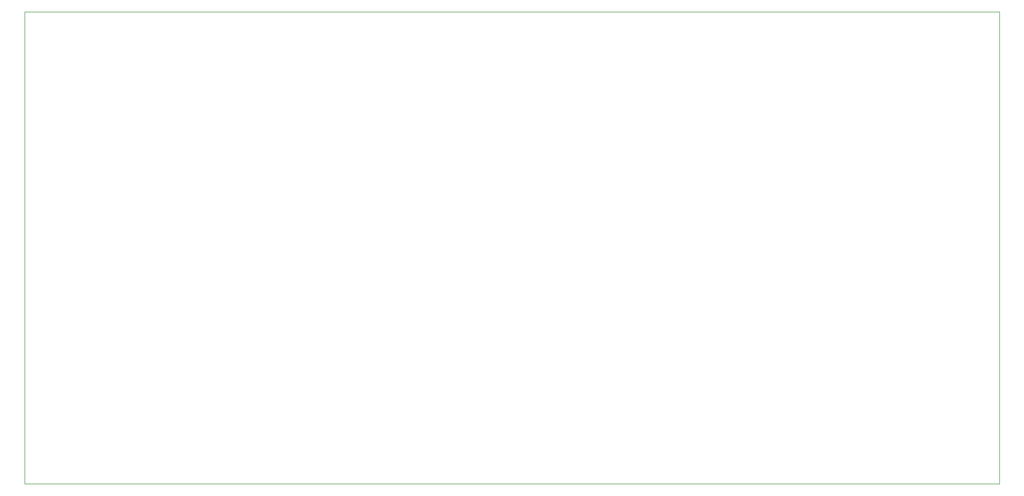
<source format=gm1>
G04 #@! TF.GenerationSoftware,KiCad,Pcbnew,7.0.7*
G04 #@! TF.CreationDate,2024-07-08T10:48:07+02:00*
G04 #@! TF.ProjectId,Defi,44656669-2e6b-4696-9361-645f70636258,rev?*
G04 #@! TF.SameCoordinates,Original*
G04 #@! TF.FileFunction,Profile,NP*
%FSLAX46Y46*%
G04 Gerber Fmt 4.6, Leading zero omitted, Abs format (unit mm)*
G04 Created by KiCad (PCBNEW 7.0.7) date 2024-07-08 10:48:07*
%MOMM*%
%LPD*%
G01*
G04 APERTURE LIST*
G04 #@! TA.AperFunction,Profile*
%ADD10C,0.100000*%
G04 #@! TD*
G04 APERTURE END LIST*
D10*
X20000000Y-27000000D02*
X181000000Y-27000000D01*
X181000000Y-105000000D01*
X20000000Y-105000000D01*
X20000000Y-27000000D01*
M02*

</source>
